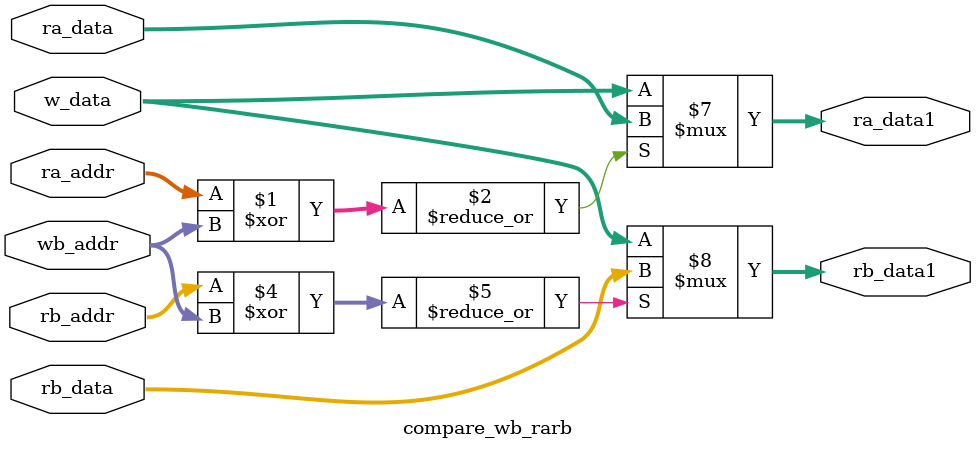
<source format=v>
`timescale 1ns / 1ps

module compare_wb_rarb(
    ra_addr,
    rb_addr,
    wb_addr,
    ra_data,
    rb_data,
    w_data,
    ra_data1,
    rb_data1
    );

    parameter byte = 8;
    parameter instruction_width = 32;
    parameter rom_depth = 256;
    parameter ram_depth = 256;
    parameter register_addr = 5;
    parameter register_file_depth = 2**register_addr;

    input [register_addr-1:0] ra_addr, rb_addr, wb_addr;
    input [instruction_width-1:0] ra_data, rb_data, w_data;
    output [instruction_width-1:0] ra_data1, rb_data1;

    wire compare_ra, compare_rb;

    assign compare_ra = ~|(ra_addr ^ wb_addr);
    assign compare_rb = ~|(rb_addr ^ wb_addr);

    assign ra_data1 = (compare_ra) ? w_data : ra_data;
    assign rb_data1 = (compare_rb) ? w_data : rb_data;


endmodule

</source>
